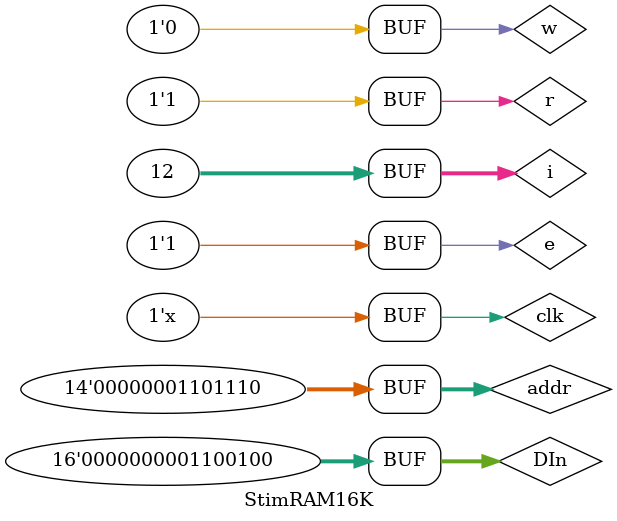
<source format=v>
module StimDFlipFlopRE ;

wire q,q_ ;
reg d,c ;

DFlipFlop D(d,c,q,q_) ;

initial 
begin 
	c = 1'b1 ;
end

always 
begin 
	c = ~c ; #3 ;
end 

initial
begin
	d = 1'b0 ; #10 ;
	d = 1'b1 ; #10 ;
	d = 1'b0 ; #10 ;
	d = 1'b1 ; #10 ;
end

endmodule

module StimDFlipFlopSReset ;

wire q,q_ ;
reg d,c,re ;

DFlipFlopSReset D(d,c,q,q_,re) ;

initial 
begin 
	c = 1'b1 ;
end

always 
begin 
	c = ~c ; #3 ;
end 

initial
begin
	d = 1'b0 ; re = 1'b0 ; #10 ; 
	d = 1'b1 ; #5 ; re = 1'b1 ; #5 ; re = 1'b0 ;
	d = 1'b0 ; #10 ;
	d = 1'b1 ; #5 ; re = 1'b1 ; #5 ;
end

endmodule

module StimDFlipFlopAResetLow ;

wire q,q_ ;
reg d,c,re ;

DFlipFlopAResetLow D(d,c,q,q_,re) ;

initial 
begin 
	c = 1'b1 ;
end

always 
begin 
	c = ~c ; #3 ;
end 

initial
begin
	d = 1'b0 ; re = 1'b0 ; #10 ; 
	d = 1'b1 ; #5 ; re = 1'b1 ; #5 ; re = 1'b0 ;
	d = 1'b0 ; #10 ;
	d = 1'b1 ; #5 ; re = 1'b1 ; #5 ;
end

endmodule

module StimDFlipFlopAResetHigh ;

wire q,q_ ;
reg d,c,re ;

DFlipFlopAResetHigh D(d,c,q,q_,re) ;

initial 
begin 
	c = 1'b1 ;
end

always 
begin 
	c = ~c ; #3 ;
end 

initial
begin
	d = 1'b0 ; re = 1'b0 ; #10 ; 
	d = 1'b1 ; #5 ; re = 1'b1 ; #5 ; re = 1'b0 ;
	d = 1'b0 ; #10 ;
	d = 1'b1 ; #5 ; re = 1'b1 ; #5 ;
end

endmodule

module StimBinaryCell ;

wire DOut ;
reg DIn,clk,cs,w,r ;

BinaryCell B(DIn,clk,cs,w,r,DOut) ;

initial 
begin 
	clk = 1'b1 ;
end

always 
begin 
	clk = ~clk ; #3 ;
end 

initial
begin
	DIn = 1'b0 ; cs = 1'b0 ; w = 1'b0 ; r = 1'b0 ; #5 ; 
	DIn = 1'b1 ; cs = 1'b0 ; w = 1'b1 ; r = 1'b0 ; #5 ;
	DIn = 1'b1 ; cs = 1'b0 ; w = 1'b1 ; r = 1'b1 ; #5 ;
	DIn = 1'b1 ; cs = 1'b0 ; w = 1'b1 ; r = 1'b0 ; #5 ;
	DIn = 1'b0 ; cs = 1'b1 ; w = 1'b1 ; r = 1'b0 ; #5 ;
	DIn = 1'b1 ; cs = 1'b1 ; w = 1'b1 ; r = 1'b1 ; #5 ;
	DIn = 1'b1 ; cs = 1'b1 ; w = 1'b1 ; r = 1'b1 ; #5 ;
	DIn = 1'b0 ; cs = 1'b1 ; w = 1'b0 ; r = 1'b1 ; #5 ;
	DIn = 1'b0 ; cs = 1'b1 ; w = 1'b1 ; r = 1'b1 ; #5 ;
	DIn = 1'b1 ; cs = 1'b0 ; w = 1'b1 ; r = 1'b0 ; #5 ;
	DIn = 1'b1 ; cs = 1'b0 ; w = 1'b1 ; r = 1'b0 ; #5 ;
end

endmodule

module StimReg ;

wire [15:0] DOut ;
reg [15:0] DIn ;
reg clk,cs,w,r ;

Reg16Bit B(DIn,clk,cs,w,r,DOut) ;

initial 
begin 
	clk = 1'b1 ;
end

always 
begin 
	clk = ~clk ; #3 ;
end 

initial
begin
	DIn = 1465 ; cs = 1'b0 ; w = 1'b0 ; r = 1'b0 ; #5 ; 
	DIn = 325 ; cs = 1'b0 ; w = 1'b1 ; r = 1'b0 ; #5 ;
	DIn = 4362 ; cs = 1'b0 ; w = 1'b1 ; r = 1'b1 ; #5 ;
	DIn = 724 ; cs = 1'b0 ; w = 1'b1 ; r = 1'b0 ; #5 ;
	DIn = 345 ; cs = 1'b1 ; w = 1'b1 ; r = 1'b0 ; #5 ;
	DIn = 45 ; cs = 1'b1 ; w = 1'b1 ; r = 1'b1 ; #5 ;
	DIn = 64 ; cs = 1'b1 ; w = 1'b1 ; r = 1'b1 ; #5 ;
	DIn = 3264 ; cs = 1'b1 ; w = 1'b0 ; r = 1'b1 ; #5 ;
	DIn = 263 ; cs = 1'b1 ; w = 1'b1 ; r = 1'b1 ; #5 ;
	DIn = 643 ; cs = 1'b0 ; w = 1'b1 ; r = 1'b0 ; #5 ;
	DIn = 42 ; cs = 1'b0 ; w = 1'b1 ; r = 1'b0 ; #5 ;
end

endmodule

module StimRAM8 ;

wire [15:0] DOut ;
reg [15:0] DIn ;
reg e,clk,w,r ;
reg [2:0] addr ;

RAM8 R(e,DIn,clk,addr,w,r,DOut) ;

initial 
begin 
	e = 1'b1 ;
	clk = 1'b1 ;
end

always 
begin 
	clk = ~clk ; #3 ;
end

initial 
begin
	DIn = 1 ; addr = 0 ; w = 1'b1 ; r = 1'b0 ; #10 ;
	DIn = 2 ; addr = 1 ; w = 1'b1 ; r = 1'b0 ; #10 ;
	DIn = 3 ; addr = 2 ; w = 1'b1 ; r = 1'b0 ; #10 ;
	DIn = 4 ; addr = 3 ; w = 1'b1 ; r = 1'b0 ; #10 ;
	DIn = 5 ; addr = 4 ; w = 1'b1 ; r = 1'b0 ; #10 ;
	DIn = 6 ; addr = 5 ; w = 1'b1 ; r = 1'b0 ; #10 ;
	DIn = 7 ; addr = 6 ; w = 1'b1 ; r = 1'b0 ; #10 ;
	DIn = 8 ; addr = 7 ; w = 1'b1 ; r = 1'b0 ; #10 ;

	DIn = 0 ; addr = 0 ; w = 1'b0 ; r = 1'b1 ; #10 ;
	DIn = 0 ; addr = 1 ; w = 1'b0 ; r = 1'b1 ; #10 ;
	DIn = 0 ; addr = 2 ; w = 1'b0 ; r = 1'b1 ; #10 ;
	DIn = 0 ; addr = 3 ; w = 1'b0 ; r = 1'b1 ; #10 ;
	DIn = 0 ; addr = 4 ; w = 1'b0 ; r = 1'b1 ; #10 ;
	DIn = 0 ; addr = 5 ; w = 1'b0 ; r = 1'b1 ; #10 ;
	DIn = 0 ; addr = 6 ; w = 1'b0 ; r = 1'b1 ; #10 ;
	DIn = 0 ; addr = 7 ; w = 1'b0 ; r = 1'b1 ; #10 ;

end

endmodule	

module StimRAM64 ;

wire [15:0] DOut ;
reg [15:0] DIn ;
reg e,clk,w,r ;
reg [5:0] addr ;
integer i ;

RAM64 R(e,DIn,clk,addr,w,r,DOut) ;

initial 
begin 
	e = 1'b1 ;
	clk = 1'b1 ;
end

always 
begin 
	clk = ~clk ; #3 ;
end

initial 
begin
for(i=0;i<64;i=i+1)
begin
	DIn = i ; addr = i ; w =1'b1 ; r = 1'b0 ; #10 ;
end
DIn = 100 ;
for(i=0;i<64;i=i+1)
begin
	addr = i ; w =1'b0 ; r = 1'b1 ; #10 ;
end

end

endmodule

module StimRAM512 ;

wire [15:0] DOut ;
reg [15:0] DIn ;
reg e,clk,w,r ;
reg [8:0] addr ;
integer i ;

RAM512 R(e,DIn,clk,addr,w,r,DOut) ;

initial 
begin 
	e = 1'b1 ;
	clk = 1'b1 ;
end

always 
begin 
	clk = ~clk ; #3 ;
end

initial 
begin
for(i=0;i<128;i=i+1)
begin
	DIn = i ; addr = i ; w =1'b1 ; r = 1'b0 ; #10 ;
end
DIn = 100 ;
for(i=0;i<128;i=i+1)
begin
	addr = i ; w =1'b0 ; r = 1'b1 ; #10 ;
end

end

endmodule

module StimRAM4K ;

wire [15:0] DOut ;
reg [15:0] DIn ;
reg e,clk,w,r ;
reg [11:0] addr ;
integer i ;

RAM4K R(e,DIn,clk,addr,w,r,DOut) ;

initial 
begin 
	e = 1'b1 ;
	clk = 1'b1 ;
end

always 
begin 
	clk = ~clk ; #3 ;
end

initial 
begin
for(i=0;i<128;i=i+1)
begin
	DIn = i ; addr = 4*i ; w =1'b1 ; r = 1'b0 ; #10 ;
end
DIn = 100 ;
for(i=0;i<128;i=i+1)
begin
	addr = 4*i ; w =1'b0 ; r = 1'b1 ; #10 ;
end

end

endmodule

module StimRAM16K ;

wire [15:0] DOut ;
reg [15:0] DIn ;
reg e,clk,w,r ;
reg [13:0] addr ;
integer i ;

RAM16K R(e,DIn,clk,addr,w,r,DOut) ;

initial 
begin 
	e = 1'b1 ;
	clk = 1'b1 ;
end

always 
begin 
	clk = ~clk ; #3 ;
end

initial 
begin
for(i=0;i<12;i=i+1)
begin
	DIn = i ; addr = 10*i ; w =1'b1 ; r = 1'b0 ; #10 ;
end
DIn = 100 ;
for(i=0;i<12;i=i+1)
begin
	addr = 10*i ; w =1'b0 ; r = 1'b1 ; #10 ;
end

end

endmodule
</source>
